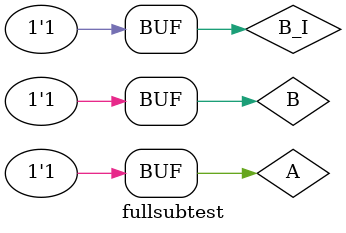
<source format=v>
`timescale 1ns / 1ps


module fullsubtest;

	// Inputs
	reg A;
	reg B;
	reg B_I;

	// Outputs
	wire B_O;
	wire D;

	// Instantiate the Unit Under Test (UUT)
	FullSUB uut (
		.A(A), 
		.B(B), 
		.B_I(B_I), 
		.B_O(B_O), 
		.D(D)
	);

	initial begin
		// Initialize Inputs
		A = 0;
		B = 0;
		B_I = 0;

		// Wait 100 ns for global reset to finish
		#100;
      #100 A = 1;
		#100;
		A = 0;
		B = 1;
		#100 A = 1;
		#100;
		A = 0;
		B = 0;
		B_I = 1;
		#100;
      #100 A = 1;
		#100;
		A = 0;
		B = 1;
		#100 A = 1;
		// Add stimulus here

	end
      
endmodule


</source>
